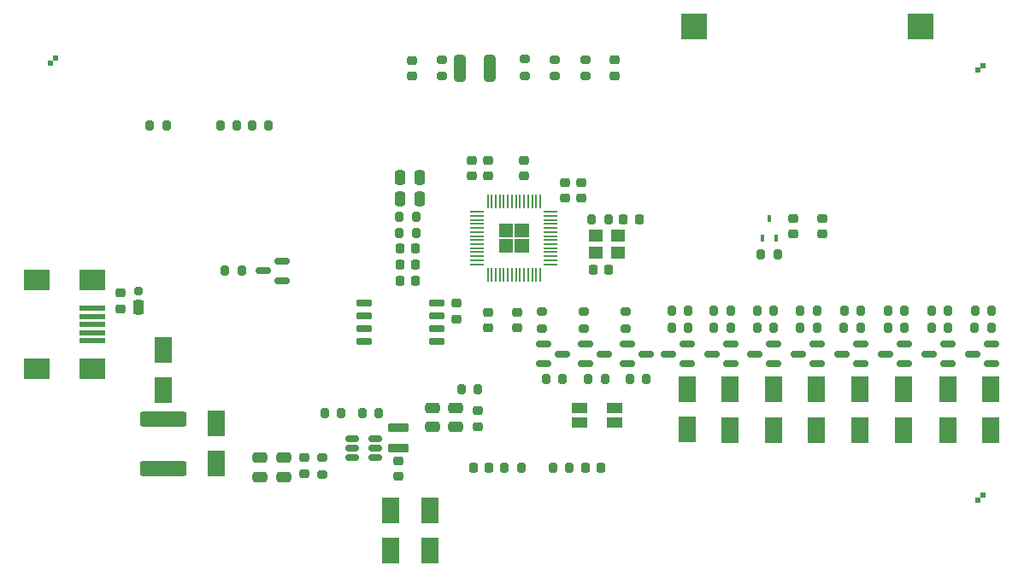
<source format=gtp>
%TF.GenerationSoftware,KiCad,Pcbnew,(6.0.4)*%
%TF.CreationDate,2022-04-13T22:44:02+02:00*%
%TF.ProjectId,PPSE_2021,50505345-5f32-4303-9231-2e6b69636164,rev?*%
%TF.SameCoordinates,Original*%
%TF.FileFunction,Paste,Top*%
%TF.FilePolarity,Positive*%
%FSLAX46Y46*%
G04 Gerber Fmt 4.6, Leading zero omitted, Abs format (unit mm)*
G04 Created by KiCad (PCBNEW (6.0.4)) date 2022-04-13 22:44:02*
%MOMM*%
%LPD*%
G01*
G04 APERTURE LIST*
G04 Aperture macros list*
%AMRoundRect*
0 Rectangle with rounded corners*
0 $1 Rounding radius*
0 $2 $3 $4 $5 $6 $7 $8 $9 X,Y pos of 4 corners*
0 Add a 4 corners polygon primitive as box body*
4,1,4,$2,$3,$4,$5,$6,$7,$8,$9,$2,$3,0*
0 Add four circle primitives for the rounded corners*
1,1,$1+$1,$2,$3*
1,1,$1+$1,$4,$5*
1,1,$1+$1,$6,$7*
1,1,$1+$1,$8,$9*
0 Add four rect primitives between the rounded corners*
20,1,$1+$1,$2,$3,$4,$5,0*
20,1,$1+$1,$4,$5,$6,$7,0*
20,1,$1+$1,$6,$7,$8,$9,0*
20,1,$1+$1,$8,$9,$2,$3,0*%
G04 Aperture macros list end*
%ADD10R,0.500000X0.500000*%
%ADD11RoundRect,0.250000X0.250000X0.475000X-0.250000X0.475000X-0.250000X-0.475000X0.250000X-0.475000X0*%
%ADD12R,1.800000X2.500000*%
%ADD13RoundRect,0.225000X0.225000X0.250000X-0.225000X0.250000X-0.225000X-0.250000X0.225000X-0.250000X0*%
%ADD14RoundRect,0.150000X0.587500X0.150000X-0.587500X0.150000X-0.587500X-0.150000X0.587500X-0.150000X0*%
%ADD15RoundRect,0.200000X-0.200000X-0.275000X0.200000X-0.275000X0.200000X0.275000X-0.200000X0.275000X0*%
%ADD16RoundRect,0.200000X0.200000X0.275000X-0.200000X0.275000X-0.200000X-0.275000X0.200000X-0.275000X0*%
%ADD17RoundRect,0.200000X-0.275000X0.200000X-0.275000X-0.200000X0.275000X-0.200000X0.275000X0.200000X0*%
%ADD18RoundRect,0.250000X0.475000X-0.250000X0.475000X0.250000X-0.475000X0.250000X-0.475000X-0.250000X0*%
%ADD19RoundRect,0.218750X0.256250X-0.218750X0.256250X0.218750X-0.256250X0.218750X-0.256250X-0.218750X0*%
%ADD20RoundRect,0.225000X-0.250000X0.225000X-0.250000X-0.225000X0.250000X-0.225000X0.250000X0.225000X0*%
%ADD21RoundRect,0.225000X-2.075000X0.525000X-2.075000X-0.525000X2.075000X-0.525000X2.075000X0.525000X0*%
%ADD22RoundRect,0.150000X0.512500X0.150000X-0.512500X0.150000X-0.512500X-0.150000X0.512500X-0.150000X0*%
%ADD23R,1.400000X1.200000*%
%ADD24RoundRect,0.275000X-0.275000X-0.450000X0.275000X-0.450000X0.275000X0.450000X-0.275000X0.450000X0*%
%ADD25RoundRect,0.200000X-0.200000X-0.200000X0.200000X-0.200000X0.200000X0.200000X-0.200000X0.200000X0*%
%ADD26R,2.500000X0.500000*%
%ADD27R,2.500000X2.000000*%
%ADD28R,1.500000X1.000000*%
%ADD29RoundRect,0.218750X-0.256250X0.218750X-0.256250X-0.218750X0.256250X-0.218750X0.256250X0.218750X0*%
%ADD30RoundRect,0.150000X-0.587500X-0.150000X0.587500X-0.150000X0.587500X0.150000X-0.587500X0.150000X0*%
%ADD31RoundRect,0.120000X0.880000X-0.280000X0.880000X0.280000X-0.880000X0.280000X-0.880000X-0.280000X0*%
%ADD32RoundRect,0.225000X-0.225000X-0.250000X0.225000X-0.250000X0.225000X0.250000X-0.225000X0.250000X0*%
%ADD33RoundRect,0.250000X-0.475000X0.250000X-0.475000X-0.250000X0.475000X-0.250000X0.475000X0.250000X0*%
%ADD34RoundRect,0.225000X0.250000X-0.225000X0.250000X0.225000X-0.250000X0.225000X-0.250000X-0.225000X0*%
%ADD35RoundRect,0.200000X0.275000X-0.200000X0.275000X0.200000X-0.275000X0.200000X-0.275000X-0.200000X0*%
%ADD36RoundRect,0.050000X0.050000X-0.587500X0.050000X0.587500X-0.050000X0.587500X-0.050000X-0.587500X0*%
%ADD37RoundRect,0.050000X0.587500X0.050000X-0.587500X0.050000X-0.587500X-0.050000X0.587500X-0.050000X0*%
%ADD38RoundRect,0.050000X-0.050000X0.587500X-0.050000X-0.587500X0.050000X-0.587500X0.050000X0.587500X0*%
%ADD39RoundRect,0.050000X-0.587500X-0.050000X0.587500X-0.050000X0.587500X0.050000X-0.587500X0.050000X0*%
%ADD40RoundRect,0.150000X-0.650000X-0.150000X0.650000X-0.150000X0.650000X0.150000X-0.650000X0.150000X0*%
%ADD41R,2.500000X2.500000*%
%ADD42R,0.450000X0.700000*%
%ADD43RoundRect,0.250000X-0.312500X-1.075000X0.312500X-1.075000X0.312500X1.075000X-0.312500X1.075000X0*%
G04 APERTURE END LIST*
%TO.C,U2*%
G36*
X135710800Y-102109400D02*
G01*
X137109200Y-102109400D01*
X137109200Y-100736400D01*
X135710800Y-100736400D01*
X135710800Y-102109400D01*
G37*
G36*
X135710800Y-100533200D02*
G01*
X137109200Y-100533200D01*
X137109200Y-99160200D01*
X135710800Y-99160200D01*
X135710800Y-100533200D01*
G37*
G36*
X137285600Y-102109400D02*
G01*
X138684000Y-102109400D01*
X138684000Y-100736400D01*
X137285600Y-100736400D01*
X137285600Y-102109400D01*
G37*
G36*
X137287000Y-100533200D02*
G01*
X138685400Y-100533200D01*
X138685400Y-99160200D01*
X137287000Y-99160200D01*
X137287000Y-100533200D01*
G37*
%TD*%
D10*
%TO.C,FID1*%
X91800000Y-82800000D03*
X91300000Y-83300000D03*
%TD*%
D11*
%TO.C,C8*%
X127849989Y-94640400D03*
X125949989Y-94640400D03*
%TD*%
D12*
%TO.C,D4*%
X107746800Y-123005600D03*
X107746800Y-119005600D03*
%TD*%
D13*
%TO.C,C12*%
X127458789Y-101689400D03*
X125908789Y-101689400D03*
%TD*%
D14*
%TO.C,Q6*%
X171553727Y-113065600D03*
X171553727Y-111165600D03*
X169678727Y-112115600D03*
%TD*%
D15*
%TO.C,R14*%
X108598200Y-103886000D03*
X110248200Y-103886000D03*
%TD*%
D12*
%TO.C,D10*%
X175839413Y-119662297D03*
X175839413Y-115662297D03*
%TD*%
D15*
%TO.C,R35*%
X157033671Y-107865426D03*
X158683671Y-107865426D03*
%TD*%
%TO.C,R34*%
X152829471Y-107865426D03*
X154479471Y-107865426D03*
%TD*%
D16*
%TO.C,R39*%
X158683671Y-109541826D03*
X157033671Y-109541826D03*
%TD*%
D15*
%TO.C,R27*%
X174236884Y-107814626D03*
X175886884Y-107814626D03*
%TD*%
D12*
%TO.C,D14*%
X158636200Y-119662297D03*
X158636200Y-115662297D03*
%TD*%
D15*
%TO.C,R5*%
X108142000Y-89433400D03*
X109792000Y-89433400D03*
%TD*%
D17*
%TO.C,R15*%
X144119600Y-107925600D03*
X144119600Y-109575600D03*
%TD*%
D16*
%TO.C,R2*%
X112890800Y-89433400D03*
X111240800Y-89433400D03*
%TD*%
D17*
%TO.C,R24*%
X138317700Y-82893400D03*
X138317700Y-84543400D03*
%TD*%
%TO.C,R19*%
X148285200Y-107925600D03*
X148285200Y-109575600D03*
%TD*%
D15*
%TO.C,R16*%
X144564600Y-114604800D03*
X146214600Y-114604800D03*
%TD*%
D10*
%TO.C,FID2*%
X183700000Y-83500000D03*
X183200000Y-84000000D03*
%TD*%
D12*
%TO.C,D13*%
X154381200Y-119630297D03*
X154381200Y-115630297D03*
%TD*%
D18*
%TO.C,C23*%
X131470400Y-119364800D03*
X131470400Y-117464800D03*
%TD*%
D19*
%TO.C,FB1*%
X98247200Y-107645200D03*
X98247200Y-106070200D03*
%TD*%
D20*
%TO.C,C21*%
X125780800Y-122725000D03*
X125780800Y-124275000D03*
%TD*%
D21*
%TO.C,F1*%
X102514400Y-118606400D03*
X102514400Y-123506400D03*
%TD*%
D14*
%TO.C,Q12*%
X162936371Y-113065600D03*
X162936371Y-111165600D03*
X161061371Y-112115600D03*
%TD*%
D11*
%TO.C,C9*%
X127837789Y-96723200D03*
X125937789Y-96723200D03*
%TD*%
D20*
%TO.C,C5*%
X131528000Y-107098800D03*
X131528000Y-108648800D03*
%TD*%
D15*
%TO.C,R37*%
X165593471Y-107865426D03*
X167243471Y-107865426D03*
%TD*%
D14*
%TO.C,Q13*%
X167228971Y-113065600D03*
X167228971Y-111165600D03*
X165353971Y-112115600D03*
%TD*%
%TO.C,Q10*%
X154414171Y-113065600D03*
X154414171Y-111165600D03*
X152539171Y-112115600D03*
%TD*%
D22*
%TO.C,U3*%
X123463900Y-122412800D03*
X123463900Y-121462800D03*
X123463900Y-120512800D03*
X121188900Y-120512800D03*
X121188900Y-121462800D03*
X121188900Y-122412800D03*
%TD*%
D12*
%TO.C,D1*%
X102463600Y-115722400D03*
X102463600Y-111722400D03*
%TD*%
D20*
%TO.C,C24*%
X164896800Y-98691400D03*
X164896800Y-100241400D03*
%TD*%
D23*
%TO.C,Y1*%
X145293400Y-102094400D03*
X147493400Y-102094400D03*
X147493400Y-100394400D03*
X145293400Y-100394400D03*
%TD*%
D12*
%TO.C,D11*%
X180166999Y-119662297D03*
X180166999Y-115662297D03*
%TD*%
D13*
%TO.C,C16*%
X127446589Y-103276400D03*
X125896589Y-103276400D03*
%TD*%
D24*
%TO.C,D5*%
X100025200Y-107533200D03*
D25*
X100025200Y-105913200D03*
%TD*%
D26*
%TO.C,J3*%
X95471400Y-107620000D03*
X95471400Y-108420000D03*
X95471400Y-109220000D03*
X95471400Y-110020000D03*
X95471400Y-110820000D03*
D27*
X89971400Y-113620000D03*
X95471400Y-104820000D03*
X95471400Y-113620000D03*
X89971400Y-104820000D03*
%TD*%
D16*
%TO.C,R30*%
X171556027Y-109541826D03*
X169906027Y-109541826D03*
%TD*%
D20*
%TO.C,C15*%
X137500000Y-107975000D03*
X137500000Y-109525000D03*
%TD*%
D28*
%TO.C,D7*%
X143677500Y-117511600D03*
X143677500Y-118911600D03*
X147177500Y-118911600D03*
X147177500Y-117511600D03*
%TD*%
D12*
%TO.C,D16*%
X167196000Y-119662297D03*
X167196000Y-115662297D03*
%TD*%
D29*
%TO.C,D6*%
X133654800Y-117779700D03*
X133654800Y-119354700D03*
%TD*%
D15*
%TO.C,R3*%
X141059400Y-123444000D03*
X142709400Y-123444000D03*
%TD*%
D30*
%TO.C,Q5*%
X148427700Y-111165600D03*
X148427700Y-113065600D03*
X150302700Y-112115600D03*
%TD*%
D31*
%TO.C,L1*%
X125780800Y-121446800D03*
X125780800Y-119446800D03*
%TD*%
D12*
%TO.C,D2*%
X125018800Y-131641600D03*
X125018800Y-127641600D03*
%TD*%
D32*
%TO.C,C1*%
X145059600Y-103784400D03*
X146609600Y-103784400D03*
%TD*%
D33*
%TO.C,C18*%
X112014000Y-122443200D03*
X112014000Y-124343200D03*
%TD*%
D12*
%TO.C,D15*%
X162903400Y-119662297D03*
X162903400Y-115662297D03*
%TD*%
D15*
%TO.C,R29*%
X182867800Y-107865426D03*
X184517800Y-107865426D03*
%TD*%
D16*
%TO.C,R7*%
X127509589Y-100114600D03*
X125859589Y-100114600D03*
%TD*%
D14*
%TO.C,Q8*%
X180199970Y-113065600D03*
X180199970Y-111165600D03*
X178324970Y-112115600D03*
%TD*%
D16*
%TO.C,R11*%
X120103400Y-118000000D03*
X118453400Y-118000000D03*
%TD*%
D12*
%TO.C,D9*%
X171520756Y-119662297D03*
X171520756Y-115662297D03*
%TD*%
D34*
%TO.C,C10*%
X134620000Y-94488000D03*
X134620000Y-92938000D03*
%TD*%
D15*
%TO.C,R18*%
X140399000Y-114604800D03*
X142049000Y-114604800D03*
%TD*%
D14*
%TO.C,Q11*%
X158669171Y-113065600D03*
X158669171Y-111165600D03*
X156794171Y-112115600D03*
%TD*%
D15*
%TO.C,R28*%
X178564470Y-107865426D03*
X180214470Y-107865426D03*
%TD*%
D34*
%TO.C,C14*%
X133045200Y-94501000D03*
X133045200Y-92951000D03*
%TD*%
D15*
%TO.C,R36*%
X161300871Y-107814626D03*
X162950871Y-107814626D03*
%TD*%
D20*
%TO.C,C25*%
X167741600Y-98678400D03*
X167741600Y-100228400D03*
%TD*%
D14*
%TO.C,Q9*%
X184503300Y-113065600D03*
X184503300Y-111165600D03*
X182628300Y-112115600D03*
%TD*%
D15*
%TO.C,R13*%
X161684200Y-102260400D03*
X163334200Y-102260400D03*
%TD*%
D35*
%TO.C,R23*%
X144261300Y-84594200D03*
X144261300Y-82944200D03*
%TD*%
D34*
%TO.C,C7*%
X142290800Y-96685400D03*
X142290800Y-95135400D03*
%TD*%
D30*
%TO.C,Q3*%
X144299700Y-111165600D03*
X144299700Y-113065600D03*
X146174700Y-112115600D03*
%TD*%
D14*
%TO.C,Q7*%
X175872384Y-113065600D03*
X175872384Y-111165600D03*
X173997384Y-112115600D03*
%TD*%
D15*
%TO.C,R20*%
X148679400Y-114604800D03*
X150329400Y-114604800D03*
%TD*%
D33*
%TO.C,C19*%
X114401600Y-122443200D03*
X114401600Y-124343200D03*
%TD*%
D36*
%TO.C,U2*%
X134610800Y-104272300D03*
X135010800Y-104272300D03*
X135410800Y-104272300D03*
X135810800Y-104272300D03*
X136210800Y-104272300D03*
X136610800Y-104272300D03*
X137010800Y-104272300D03*
X137410800Y-104272300D03*
X137810800Y-104272300D03*
X138210800Y-104272300D03*
X138610800Y-104272300D03*
X139010800Y-104272300D03*
X139410800Y-104272300D03*
X139810800Y-104272300D03*
D37*
X140848300Y-103234800D03*
X140848300Y-102834800D03*
X140848300Y-102434800D03*
X140848300Y-102034800D03*
X140848300Y-101634800D03*
X140848300Y-101234800D03*
X140848300Y-100834800D03*
X140848300Y-100434800D03*
X140848300Y-100034800D03*
X140848300Y-99634800D03*
X140848300Y-99234800D03*
X140848300Y-98834800D03*
X140848300Y-98434800D03*
X140848300Y-98034800D03*
D38*
X139810800Y-96997300D03*
X139410800Y-96997300D03*
X139010800Y-96997300D03*
X138610800Y-96997300D03*
X138210800Y-96997300D03*
X137810800Y-96997300D03*
X137410800Y-96997300D03*
X137010800Y-96997300D03*
X136610800Y-96997300D03*
X136210800Y-96997300D03*
X135810800Y-96997300D03*
X135410800Y-96997300D03*
X135010800Y-96997300D03*
X134610800Y-96997300D03*
D39*
X133573300Y-98034800D03*
X133573300Y-98434800D03*
X133573300Y-98834800D03*
X133573300Y-99234800D03*
X133573300Y-99634800D03*
X133573300Y-100034800D03*
X133573300Y-100434800D03*
X133573300Y-100834800D03*
X133573300Y-101234800D03*
X133573300Y-101634800D03*
X133573300Y-102034800D03*
X133573300Y-102434800D03*
X133573300Y-102834800D03*
X133573300Y-103234800D03*
%TD*%
D10*
%TO.C,FID3*%
X183700000Y-126100000D03*
X183200000Y-126600000D03*
%TD*%
D17*
%TO.C,R9*%
X118262400Y-122415800D03*
X118262400Y-124065800D03*
%TD*%
D20*
%TO.C,C17*%
X134670800Y-107968285D03*
X134670800Y-109518285D03*
%TD*%
D16*
%TO.C,R1*%
X102806000Y-89484200D03*
X101156000Y-89484200D03*
%TD*%
D40*
%TO.C,U1*%
X122333200Y-107111800D03*
X122333200Y-108381800D03*
X122333200Y-109651800D03*
X122333200Y-110921800D03*
X129533200Y-110921800D03*
X129533200Y-109651800D03*
X129533200Y-108381800D03*
X129533200Y-107111800D03*
%TD*%
D16*
%TO.C,R4*%
X146582400Y-98755200D03*
X144932400Y-98755200D03*
%TD*%
D34*
%TO.C,C26*%
X127141700Y-84582000D03*
X127141700Y-83032000D03*
%TD*%
D32*
%TO.C,C3*%
X148056800Y-98755200D03*
X149606800Y-98755200D03*
%TD*%
D16*
%TO.C,R6*%
X137934200Y-123444000D03*
X136284200Y-123444000D03*
%TD*%
D19*
%TO.C,D8*%
X147207700Y-84556700D03*
X147207700Y-82981700D03*
%TD*%
D16*
%TO.C,R38*%
X154467271Y-109541826D03*
X152817271Y-109541826D03*
%TD*%
%TO.C,R31*%
X175886884Y-109541826D03*
X174236884Y-109541826D03*
%TD*%
D34*
%TO.C,C11*%
X143916400Y-96685400D03*
X143916400Y-95135400D03*
%TD*%
D13*
%TO.C,C6*%
X127446589Y-104851200D03*
X125896589Y-104851200D03*
%TD*%
D14*
%TO.C,Q2*%
X114272300Y-104836000D03*
X114272300Y-102936000D03*
X112397300Y-103886000D03*
%TD*%
D20*
%TO.C,C20*%
X116484400Y-122428000D03*
X116484400Y-123978000D03*
%TD*%
D41*
%TO.C,U4*%
X155013400Y-79657600D03*
X177523400Y-79657600D03*
%TD*%
D18*
%TO.C,C22*%
X129133600Y-119364800D03*
X129133600Y-117464800D03*
%TD*%
D32*
%TO.C,C2*%
X144259000Y-123444000D03*
X145809000Y-123444000D03*
%TD*%
D16*
%TO.C,R40*%
X162950871Y-109541826D03*
X161300871Y-109541826D03*
%TD*%
D30*
%TO.C,Q4*%
X140171700Y-111165600D03*
X140171700Y-113065600D03*
X142046700Y-112115600D03*
%TD*%
D35*
%TO.C,R25*%
X141264100Y-84582000D03*
X141264100Y-82932000D03*
%TD*%
D17*
%TO.C,R22*%
X130037300Y-82944200D03*
X130037300Y-84594200D03*
%TD*%
D16*
%TO.C,R8*%
X125859589Y-98539800D03*
X127509589Y-98539800D03*
%TD*%
%TO.C,R33*%
X184505600Y-109524800D03*
X182855600Y-109524800D03*
%TD*%
D17*
%TO.C,R17*%
X139954000Y-107937800D03*
X139954000Y-109587800D03*
%TD*%
D42*
%TO.C,Q1*%
X161859200Y-100669600D03*
X163159200Y-100669600D03*
X162509200Y-98669600D03*
%TD*%
D13*
%TO.C,C4*%
X134734600Y-123444000D03*
X133184600Y-123444000D03*
%TD*%
D12*
%TO.C,D12*%
X184470329Y-119662297D03*
X184470329Y-115662297D03*
%TD*%
D16*
%TO.C,R41*%
X167243471Y-109541826D03*
X165593471Y-109541826D03*
%TD*%
D34*
%TO.C,C13*%
X138226800Y-94488000D03*
X138226800Y-92938000D03*
%TD*%
D16*
%TO.C,R12*%
X133654800Y-115620800D03*
X132004800Y-115620800D03*
%TD*%
D43*
%TO.C,R21*%
X131876800Y-83769200D03*
X134801800Y-83769200D03*
%TD*%
D12*
%TO.C,D3*%
X128930400Y-127641600D03*
X128930400Y-131641600D03*
%TD*%
D16*
%TO.C,R10*%
X123824000Y-118000000D03*
X122174000Y-118000000D03*
%TD*%
D15*
%TO.C,R26*%
X169918227Y-107865426D03*
X171568227Y-107865426D03*
%TD*%
D16*
%TO.C,R32*%
X180202270Y-109541826D03*
X178552270Y-109541826D03*
%TD*%
M02*

</source>
